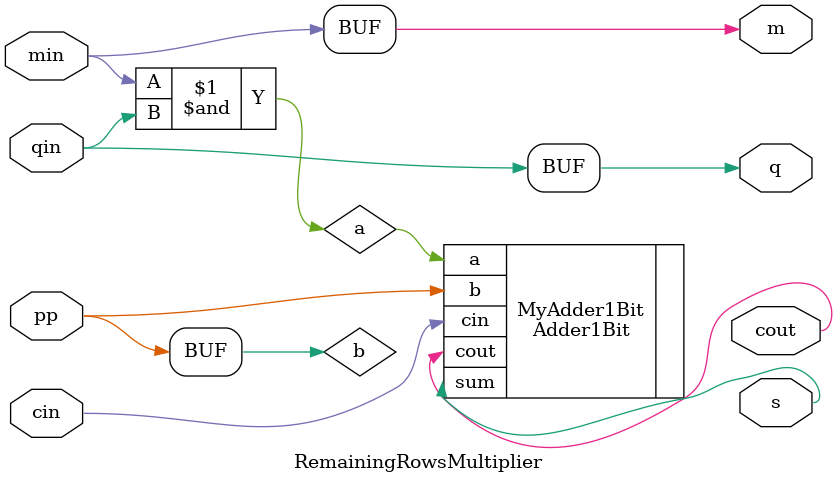
<source format=v>
module RemainingRowsMultiplier (
    //declare input and output ports
    input     min,
    input     qin,
    input     cin,
    input     pp,
    output    m,
    output    q,
    output    cout,
    output    s    
);
  

    // Declare several single-bit wires that we can

    buf(m,min);
    buf(b,pp);
    buf(q,qin);

    wire a;    
    and(a,min,qin);

//instantiates 1-Bit full adder instances
Adder1Bit MyAdder1Bit (
    .a(a),
    .b(b),
    .cin(cin),
    .cout(cout),
    .sum(s)
);

endmodule 

</source>
